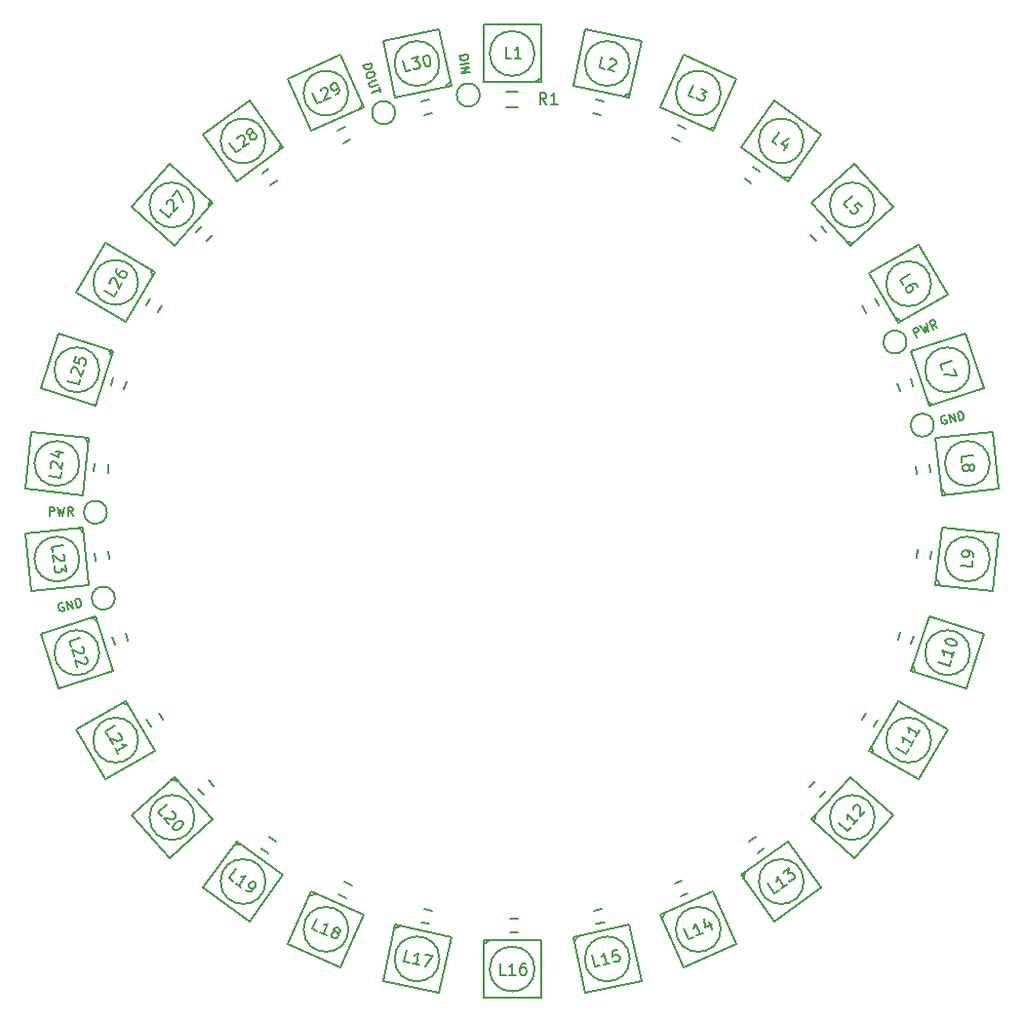
<source format=gto>
G04 #@! TF.FileFunction,Legend,Top*
%FSLAX46Y46*%
G04 Gerber Fmt 4.6, Leading zero omitted, Abs format (unit mm)*
G04 Created by KiCad (PCBNEW 4.0.1-stable) date 1/7/2016 3:17:10 PM*
%MOMM*%
G01*
G04 APERTURE LIST*
%ADD10C,0.100000*%
%ADD11C,0.150000*%
G04 APERTURE END LIST*
D10*
D11*
X165055530Y-36619041D02*
X165768823Y-36387279D01*
X165824005Y-36557111D01*
X165823148Y-36670046D01*
X165777287Y-36760051D01*
X165720392Y-36816090D01*
X165595563Y-36894202D01*
X165493664Y-36927311D01*
X165346762Y-36937490D01*
X165267793Y-36925596D01*
X165177788Y-36879736D01*
X165110712Y-36788874D01*
X165055530Y-36619041D01*
X166044731Y-37236437D02*
X166088876Y-37372302D01*
X166076983Y-37451271D01*
X166031123Y-37541276D01*
X165906294Y-37619388D01*
X165668530Y-37696642D01*
X165521628Y-37706821D01*
X165431623Y-37660961D01*
X165375584Y-37604065D01*
X165331439Y-37468200D01*
X165343333Y-37389230D01*
X165389192Y-37299225D01*
X165514021Y-37221114D01*
X165751785Y-37143859D01*
X165898687Y-37133680D01*
X165988692Y-37179540D01*
X166044731Y-37236437D01*
X166243385Y-37847830D02*
X165665957Y-38035447D01*
X165609062Y-38091486D01*
X165586132Y-38136489D01*
X165574238Y-38215458D01*
X165618383Y-38351323D01*
X165674422Y-38408219D01*
X165719425Y-38431150D01*
X165798393Y-38443043D01*
X166375821Y-38255426D01*
X166453075Y-38493190D02*
X166585511Y-38900785D01*
X165806000Y-38928750D02*
X166519293Y-38696987D01*
X173432310Y-35771814D02*
X174178201Y-35693418D01*
X174196867Y-35871012D01*
X174172548Y-35981301D01*
X174108977Y-36059804D01*
X174041673Y-36102790D01*
X173903332Y-36153241D01*
X173796776Y-36164440D01*
X173650968Y-36143854D01*
X173576197Y-36115801D01*
X173497694Y-36052231D01*
X173450976Y-35949408D01*
X173432310Y-35771814D01*
X173510706Y-36517706D02*
X174256598Y-36439310D01*
X173548038Y-36872892D02*
X174293929Y-36794496D01*
X173592836Y-37299117D01*
X174338727Y-37220720D01*
X137810000Y-75669286D02*
X137810000Y-74919286D01*
X138095715Y-74919286D01*
X138167143Y-74955000D01*
X138202858Y-74990714D01*
X138238572Y-75062143D01*
X138238572Y-75169286D01*
X138202858Y-75240714D01*
X138167143Y-75276429D01*
X138095715Y-75312143D01*
X137810000Y-75312143D01*
X138488572Y-74919286D02*
X138667143Y-75669286D01*
X138810000Y-75133571D01*
X138952858Y-75669286D01*
X139131429Y-74919286D01*
X139845715Y-75669286D02*
X139595715Y-75312143D01*
X139417143Y-75669286D02*
X139417143Y-74919286D01*
X139702858Y-74919286D01*
X139774286Y-74955000D01*
X139810001Y-74990714D01*
X139845715Y-75062143D01*
X139845715Y-75169286D01*
X139810001Y-75240714D01*
X139774286Y-75276429D01*
X139702858Y-75312143D01*
X139417143Y-75312143D01*
X138953092Y-83232001D02*
X138875799Y-83211919D01*
X138770997Y-83234195D01*
X138673621Y-83291405D01*
X138618605Y-83376124D01*
X138598521Y-83453416D01*
X138593289Y-83600577D01*
X138615565Y-83705378D01*
X138680200Y-83837688D01*
X138729986Y-83900131D01*
X138814704Y-83955147D01*
X138926931Y-83967806D01*
X138996799Y-83952955D01*
X139094175Y-83895744D01*
X139121683Y-83853385D01*
X139069705Y-83608848D01*
X138929970Y-83638550D01*
X139450938Y-83856424D02*
X139295004Y-83122814D01*
X139870145Y-83767319D01*
X139714211Y-83033709D01*
X140219482Y-83693065D02*
X140063549Y-82959455D01*
X140238218Y-82922327D01*
X140350445Y-82934985D01*
X140435164Y-82990002D01*
X140484949Y-83052444D01*
X140549584Y-83184753D01*
X140571860Y-83289555D01*
X140566628Y-83436716D01*
X140546545Y-83514009D01*
X140491528Y-83598727D01*
X140394152Y-83655938D01*
X140219482Y-83693065D01*
X215563092Y-66972001D02*
X215485799Y-66951919D01*
X215380997Y-66974195D01*
X215283621Y-67031405D01*
X215228605Y-67116124D01*
X215208521Y-67193416D01*
X215203289Y-67340577D01*
X215225565Y-67445378D01*
X215290200Y-67577688D01*
X215339986Y-67640131D01*
X215424704Y-67695147D01*
X215536931Y-67707806D01*
X215606799Y-67692955D01*
X215704175Y-67635744D01*
X215731683Y-67593385D01*
X215679705Y-67348848D01*
X215539970Y-67378550D01*
X216060938Y-67596424D02*
X215905004Y-66862814D01*
X216480145Y-67507319D01*
X216324211Y-66773709D01*
X216829482Y-67433065D02*
X216673549Y-66699455D01*
X216848218Y-66662327D01*
X216960445Y-66674985D01*
X217045164Y-66730002D01*
X217094949Y-66792444D01*
X217159584Y-66924753D01*
X217181860Y-67029555D01*
X217176628Y-67176716D01*
X217156545Y-67254009D01*
X217101528Y-67338727D01*
X217004152Y-67395938D01*
X216829482Y-67433065D01*
X213074455Y-60176690D02*
X212769402Y-59491531D01*
X213030416Y-59375320D01*
X213110195Y-59378894D01*
X213157348Y-59396994D01*
X213219027Y-59447721D01*
X213262606Y-59545601D01*
X213259032Y-59625380D01*
X213240932Y-59672534D01*
X213190205Y-59734213D01*
X212929191Y-59850423D01*
X213389308Y-59215531D02*
X213857494Y-59828058D01*
X213770105Y-59280553D01*
X214118507Y-59711848D01*
X213976588Y-58954057D01*
X214934173Y-59348690D02*
X214560523Y-59124108D01*
X214542653Y-59523006D02*
X214237600Y-58837847D01*
X214498614Y-58721636D01*
X214578393Y-58725210D01*
X214625546Y-58743310D01*
X214687225Y-58794037D01*
X214730804Y-58891917D01*
X214727230Y-58971696D01*
X214709130Y-59018850D01*
X214658403Y-59080529D01*
X214397390Y-59196740D01*
X205200083Y-99551378D02*
X204731691Y-100071579D01*
X203839917Y-99268622D02*
X204308309Y-98748421D01*
X179937434Y-35560000D02*
G75*
G03X179937434Y-35560000I-1947434J0D01*
G01*
X180040000Y-38010000D02*
X180490000Y-37710000D01*
X180490000Y-37710000D02*
X180440000Y-37710000D01*
X180490000Y-33060000D02*
X175490000Y-33060000D01*
X175490000Y-33060000D02*
X175490000Y-38060000D01*
X175490000Y-38060000D02*
X180490000Y-38060000D01*
X180490000Y-38060000D02*
X180490000Y-33060000D01*
X214357434Y-55550000D02*
G75*
G03X214357434Y-55550000I-1947434J0D01*
G01*
X211313238Y-58550352D02*
X211798045Y-58790064D01*
X211798045Y-58790064D02*
X211773045Y-58746762D01*
X215825064Y-56465064D02*
X213325064Y-52134936D01*
X213325064Y-52134936D02*
X208994936Y-54634936D01*
X208994936Y-54634936D02*
X211494936Y-58965064D01*
X211494936Y-58965064D02*
X215825064Y-56465064D01*
X203297435Y-107450000D02*
G75*
G03X203297435Y-107450000I-1947435J0D01*
G01*
X198251441Y-106672868D02*
X198063719Y-107180077D01*
X198063719Y-107180077D02*
X198104170Y-107150687D01*
X200796921Y-110942006D02*
X204842006Y-108003079D01*
X204842006Y-108003079D02*
X201903079Y-103957994D01*
X201903079Y-103957994D02*
X197857994Y-106896921D01*
X197857994Y-106896921D02*
X200796921Y-110942006D01*
X185252395Y-39570342D02*
X185937099Y-39715881D01*
X185687605Y-40889658D02*
X185002901Y-40744119D01*
X192374301Y-41779515D02*
X193013783Y-42064231D01*
X192525699Y-43160485D02*
X191886217Y-42875769D01*
X198889515Y-45408865D02*
X199455827Y-45820315D01*
X198750485Y-46791135D02*
X198184173Y-46379685D01*
X204791691Y-50528421D02*
X205260083Y-51048622D01*
X204368309Y-51851579D02*
X203899917Y-51331378D01*
X209434615Y-56846891D02*
X209784615Y-57453109D01*
X208745385Y-58053109D02*
X208395385Y-57446891D01*
X212582478Y-63801720D02*
X212798790Y-64467460D01*
X211657522Y-64838280D02*
X211441210Y-64172540D01*
X214250128Y-71229200D02*
X214323298Y-71925366D01*
X213129872Y-72050800D02*
X213056702Y-71354634D01*
X214373298Y-78734634D02*
X214300128Y-79430800D01*
X213106702Y-79305366D02*
X213179872Y-78609200D01*
X212858790Y-86132540D02*
X212642478Y-86798280D01*
X211501210Y-86427460D02*
X211717522Y-85761720D01*
X209744615Y-93376891D02*
X209394615Y-93983109D01*
X208355385Y-93383109D02*
X208705385Y-92776891D01*
X199845827Y-104549685D02*
X199279515Y-104961135D01*
X198574173Y-103990315D02*
X199140485Y-103578865D01*
X193233783Y-108475769D02*
X192594301Y-108760485D01*
X192106217Y-107664231D02*
X192745699Y-107379515D01*
X185987099Y-110984119D02*
X185302395Y-111129658D01*
X185052901Y-109955881D02*
X185737605Y-109810342D01*
X178500000Y-111860000D02*
X177800000Y-111860000D01*
X177800000Y-110660000D02*
X178500000Y-110660000D01*
X170767605Y-111129658D02*
X170082901Y-110984119D01*
X170332395Y-109810342D02*
X171017099Y-109955881D01*
X163575699Y-108870485D02*
X162936217Y-108585769D01*
X163424301Y-107489515D02*
X164063783Y-107774231D01*
X156790485Y-104961135D02*
X156224173Y-104549685D01*
X156929515Y-103578865D02*
X157495827Y-103990315D01*
X151218309Y-99961579D02*
X150749917Y-99441378D01*
X151641691Y-98638421D02*
X152110083Y-99158622D01*
X146615385Y-94033109D02*
X146265385Y-93426891D01*
X147304615Y-92826891D02*
X147654615Y-93433109D01*
X143487522Y-86908280D02*
X143271210Y-86242540D01*
X144412478Y-85871720D02*
X144628790Y-86537460D01*
X141819872Y-79590800D02*
X141746702Y-78894634D01*
X142940128Y-78769200D02*
X143013298Y-79465366D01*
X141696702Y-71815366D02*
X141769872Y-71119200D01*
X142963298Y-71244634D02*
X142890128Y-71940800D01*
X143161210Y-64357460D02*
X143377522Y-63691720D01*
X144518790Y-64062540D02*
X144302478Y-64728280D01*
X146215385Y-57393109D02*
X146565385Y-56786891D01*
X147604615Y-57386891D02*
X147254615Y-57993109D01*
X150589917Y-51048622D02*
X151058309Y-50528421D01*
X151950083Y-51331378D02*
X151481691Y-51851579D01*
X156274173Y-45990315D02*
X156840485Y-45578865D01*
X157545827Y-46549685D02*
X156979515Y-46961135D01*
X162826217Y-42234231D02*
X163465699Y-41949515D01*
X163953783Y-43045769D02*
X163314301Y-43330485D01*
X170132901Y-39715881D02*
X170817605Y-39570342D01*
X171067099Y-40744119D02*
X170382395Y-40889658D01*
X188197434Y-36430000D02*
G75*
G03X188197434Y-36430000I-1947434J0D01*
G01*
X187745819Y-39252681D02*
X188248359Y-39052797D01*
X188248359Y-39052797D02*
X188199451Y-39042401D01*
X189215148Y-34504410D02*
X184324410Y-33464852D01*
X184324410Y-33464852D02*
X183284852Y-38355590D01*
X183284852Y-38355590D02*
X188175590Y-39395148D01*
X188175590Y-39395148D02*
X189215148Y-34504410D01*
X196097435Y-39000000D02*
G75*
G03X196097435Y-39000000I-1947435J0D01*
G01*
X195026263Y-42071996D02*
X195559380Y-41980964D01*
X195559380Y-41980964D02*
X195513703Y-41960628D01*
X197450705Y-37732978D02*
X192882978Y-35699295D01*
X192882978Y-35699295D02*
X190849295Y-40267022D01*
X190849295Y-40267022D02*
X195417022Y-42300705D01*
X195417022Y-42300705D02*
X197450705Y-37732978D01*
X203297434Y-43150000D02*
G75*
G03X203297434Y-43150000I-1947434J0D01*
G01*
X201568411Y-46337051D02*
X202108804Y-46358850D01*
X202108804Y-46358850D02*
X202068353Y-46329460D01*
X204842006Y-42596921D02*
X200796921Y-39657994D01*
X200796921Y-39657994D02*
X197857994Y-43703079D01*
X197857994Y-43703079D02*
X201903079Y-46642006D01*
X201903079Y-46642006D02*
X204842006Y-42596921D01*
X209467435Y-48710000D02*
G75*
G03X209467435Y-48710000I-1947435J0D01*
G01*
X207071013Y-51872817D02*
X207595065Y-52006493D01*
X207595065Y-52006493D02*
X207561609Y-51969336D01*
X211050689Y-48895036D02*
X207705036Y-45179311D01*
X207705036Y-45179311D02*
X203989311Y-48524964D01*
X203989311Y-48524964D02*
X207334964Y-52240689D01*
X207334964Y-52240689D02*
X211050689Y-48895036D01*
X217727434Y-63020000D02*
G75*
G03X217727434Y-63020000I-1947434J0D01*
G01*
X214083396Y-65726757D02*
X214507771Y-66062028D01*
X214507771Y-66062028D02*
X214492320Y-66014475D01*
X218930184Y-64625099D02*
X217385099Y-59869816D01*
X217385099Y-59869816D02*
X212629816Y-61414901D01*
X212629816Y-61414901D02*
X214174901Y-66170184D01*
X214174901Y-66170184D02*
X218930184Y-64625099D01*
X219457435Y-71150000D02*
G75*
G03X219457435Y-71150000I-1947435J0D01*
G01*
X215287705Y-73444865D02*
X215633099Y-73861041D01*
X215633099Y-73861041D02*
X215627873Y-73811315D01*
X220257626Y-73374984D02*
X219734984Y-68402374D01*
X219734984Y-68402374D02*
X214762374Y-68925016D01*
X214762374Y-68925016D02*
X215285016Y-73897626D01*
X215285016Y-73897626D02*
X220257626Y-73374984D01*
X219457434Y-79450000D02*
G75*
G03X219457434Y-79450000I-1947434J0D01*
G01*
X214859138Y-81232675D02*
X215110457Y-81711569D01*
X215110457Y-81711569D02*
X215115683Y-81661842D01*
X219734984Y-82197626D02*
X220257626Y-77225016D01*
X220257626Y-77225016D02*
X215285016Y-76702374D01*
X215285016Y-76702374D02*
X214762374Y-81674984D01*
X214762374Y-81674984D02*
X219734984Y-82197626D01*
X217737434Y-87580000D02*
G75*
G03X217737434Y-87580000I-1947434J0D01*
G01*
X212826427Y-88772574D02*
X212972686Y-89293255D01*
X212972686Y-89293255D02*
X212988137Y-89245702D01*
X217395099Y-90730184D02*
X218940184Y-85974901D01*
X218940184Y-85974901D02*
X214184901Y-84429816D01*
X214184901Y-84429816D02*
X212639816Y-89185099D01*
X212639816Y-89185099D02*
X217395099Y-90730184D01*
X214357434Y-95170000D02*
G75*
G03X214357434Y-95170000I-1947434J0D01*
G01*
X209263238Y-95720352D02*
X209298045Y-96260064D01*
X209298045Y-96260064D02*
X209323045Y-96216762D01*
X213325064Y-98585064D02*
X215825064Y-94254936D01*
X215825064Y-94254936D02*
X211494936Y-91754936D01*
X211494936Y-91754936D02*
X208994936Y-96085064D01*
X208994936Y-96085064D02*
X213325064Y-98585064D01*
X209467434Y-101890000D02*
G75*
G03X209467434Y-101890000I-1947434J0D01*
G01*
X204327577Y-101774077D02*
X204249412Y-102309231D01*
X204249412Y-102309231D02*
X204282869Y-102272074D01*
X207705036Y-105420689D02*
X211050689Y-101704964D01*
X211050689Y-101704964D02*
X207334964Y-98359311D01*
X207334964Y-98359311D02*
X203989311Y-102075036D01*
X203989311Y-102075036D02*
X207705036Y-105420689D01*
X196097434Y-111600000D02*
G75*
G03X196097434Y-111600000I-1947434J0D01*
G01*
X191280727Y-110195624D02*
X190991653Y-110652719D01*
X190991653Y-110652719D02*
X191037330Y-110632382D01*
X192882978Y-114900705D02*
X197450705Y-112867022D01*
X197450705Y-112867022D02*
X195417022Y-108299295D01*
X195417022Y-108299295D02*
X190849295Y-110332978D01*
X190849295Y-110332978D02*
X192882978Y-114900705D01*
X188197434Y-114170000D02*
G75*
G03X188197434Y-114170000I-1947434J0D01*
G01*
X183735414Y-112199757D02*
X183357621Y-112586762D01*
X183357621Y-112586762D02*
X183406528Y-112576366D01*
X184324410Y-117135148D02*
X189215148Y-116095590D01*
X189215148Y-116095590D02*
X188175590Y-111204852D01*
X188175590Y-111204852D02*
X183284852Y-112244410D01*
X183284852Y-112244410D02*
X184324410Y-117135148D01*
X179937434Y-115040000D02*
G75*
G03X179937434Y-115040000I-1947434J0D01*
G01*
X175940000Y-112590000D02*
X175490000Y-112890000D01*
X175490000Y-112890000D02*
X175540000Y-112890000D01*
X175490000Y-117540000D02*
X180490000Y-117540000D01*
X180490000Y-117540000D02*
X180490000Y-112540000D01*
X180490000Y-112540000D02*
X175490000Y-112540000D01*
X175490000Y-112540000D02*
X175490000Y-117540000D01*
X171677434Y-114170000D02*
G75*
G03X171677434Y-114170000I-1947434J0D01*
G01*
X168234181Y-111347319D02*
X167731641Y-111547203D01*
X167731641Y-111547203D02*
X167780549Y-111557599D01*
X166764852Y-116095590D02*
X171655590Y-117135148D01*
X171655590Y-117135148D02*
X172695148Y-112244410D01*
X172695148Y-112244410D02*
X167804410Y-111204852D01*
X167804410Y-111204852D02*
X166764852Y-116095590D01*
X163777435Y-111600000D02*
G75*
G03X163777435Y-111600000I-1947435J0D01*
G01*
X160953737Y-108528004D02*
X160420620Y-108619036D01*
X160420620Y-108619036D02*
X160466297Y-108639372D01*
X158529295Y-112867022D02*
X163097022Y-114900705D01*
X163097022Y-114900705D02*
X165130705Y-110332978D01*
X165130705Y-110332978D02*
X160562978Y-108299295D01*
X160562978Y-108299295D02*
X158529295Y-112867022D01*
X156577434Y-107450000D02*
G75*
G03X156577434Y-107450000I-1947434J0D01*
G01*
X154411589Y-104262949D02*
X153871196Y-104241150D01*
X153871196Y-104241150D02*
X153911647Y-104270540D01*
X151137994Y-108003079D02*
X155183079Y-110942006D01*
X155183079Y-110942006D02*
X158122006Y-106896921D01*
X158122006Y-106896921D02*
X154076921Y-103957994D01*
X154076921Y-103957994D02*
X151137994Y-108003079D01*
X150407435Y-101890000D02*
G75*
G03X150407435Y-101890000I-1947435J0D01*
G01*
X148908987Y-98727183D02*
X148384935Y-98593507D01*
X148384935Y-98593507D02*
X148418391Y-98630664D01*
X144929311Y-101704964D02*
X148274964Y-105420689D01*
X148274964Y-105420689D02*
X151990689Y-102075036D01*
X151990689Y-102075036D02*
X148645036Y-98359311D01*
X148645036Y-98359311D02*
X144929311Y-101704964D01*
X145517434Y-95170000D02*
G75*
G03X145517434Y-95170000I-1947434J0D01*
G01*
X144666762Y-92169648D02*
X144181955Y-91929936D01*
X144181955Y-91929936D02*
X144206955Y-91973238D01*
X140154936Y-94254936D02*
X142654936Y-98585064D01*
X142654936Y-98585064D02*
X146985064Y-96085064D01*
X146985064Y-96085064D02*
X144485064Y-91754936D01*
X144485064Y-91754936D02*
X140154936Y-94254936D01*
X142147434Y-87580000D02*
G75*
G03X142147434Y-87580000I-1947434J0D01*
G01*
X141896604Y-84873243D02*
X141472229Y-84537972D01*
X141472229Y-84537972D02*
X141487680Y-84585525D01*
X137049816Y-85974901D02*
X138594901Y-90730184D01*
X138594901Y-90730184D02*
X143350184Y-89185099D01*
X143350184Y-89185099D02*
X141805099Y-84429816D01*
X141805099Y-84429816D02*
X137049816Y-85974901D01*
X140417435Y-79450000D02*
G75*
G03X140417435Y-79450000I-1947435J0D01*
G01*
X140692295Y-77155135D02*
X140346901Y-76738959D01*
X140346901Y-76738959D02*
X140352127Y-76788685D01*
X135722374Y-77225016D02*
X136245016Y-82197626D01*
X136245016Y-82197626D02*
X141217626Y-81674984D01*
X141217626Y-81674984D02*
X140694984Y-76702374D01*
X140694984Y-76702374D02*
X135722374Y-77225016D01*
X140417434Y-71150000D02*
G75*
G03X140417434Y-71150000I-1947434J0D01*
G01*
X141120862Y-69367325D02*
X140869543Y-68888431D01*
X140869543Y-68888431D02*
X140864317Y-68938158D01*
X136245016Y-68402374D02*
X135722374Y-73374984D01*
X135722374Y-73374984D02*
X140694984Y-73897626D01*
X140694984Y-73897626D02*
X141217626Y-68925016D01*
X141217626Y-68925016D02*
X136245016Y-68402374D01*
X142147434Y-63020000D02*
G75*
G03X142147434Y-63020000I-1947434J0D01*
G01*
X143163573Y-61827426D02*
X143017314Y-61306745D01*
X143017314Y-61306745D02*
X143001863Y-61354298D01*
X138594901Y-59869816D02*
X137049816Y-64625099D01*
X137049816Y-64625099D02*
X141805099Y-66170184D01*
X141805099Y-66170184D02*
X143350184Y-61414901D01*
X143350184Y-61414901D02*
X138594901Y-59869816D01*
X145517434Y-55430000D02*
G75*
G03X145517434Y-55430000I-1947434J0D01*
G01*
X146716762Y-54879648D02*
X146681955Y-54339936D01*
X146681955Y-54339936D02*
X146656955Y-54383238D01*
X142654936Y-52014936D02*
X140154936Y-56345064D01*
X140154936Y-56345064D02*
X144485064Y-58845064D01*
X144485064Y-58845064D02*
X146985064Y-54514936D01*
X146985064Y-54514936D02*
X142654936Y-52014936D01*
X150407434Y-48710000D02*
G75*
G03X150407434Y-48710000I-1947434J0D01*
G01*
X151652423Y-48825923D02*
X151730588Y-48290769D01*
X151730588Y-48290769D02*
X151697131Y-48327926D01*
X148274964Y-45179311D02*
X144929311Y-48895036D01*
X144929311Y-48895036D02*
X148645036Y-52240689D01*
X148645036Y-52240689D02*
X151990689Y-48524964D01*
X151990689Y-48524964D02*
X148274964Y-45179311D01*
X156577435Y-43150000D02*
G75*
G03X156577435Y-43150000I-1947435J0D01*
G01*
X157728559Y-43927132D02*
X157916281Y-43419923D01*
X157916281Y-43419923D02*
X157875830Y-43449313D01*
X155183079Y-39657994D02*
X151137994Y-42596921D01*
X151137994Y-42596921D02*
X154076921Y-46642006D01*
X154076921Y-46642006D02*
X158122006Y-43703079D01*
X158122006Y-43703079D02*
X155183079Y-39657994D01*
X163777434Y-39000000D02*
G75*
G03X163777434Y-39000000I-1947434J0D01*
G01*
X164699273Y-40404376D02*
X164988347Y-39947281D01*
X164988347Y-39947281D02*
X164942670Y-39967618D01*
X163097022Y-35699295D02*
X158529295Y-37732978D01*
X158529295Y-37732978D02*
X160562978Y-42300705D01*
X160562978Y-42300705D02*
X165130705Y-40267022D01*
X165130705Y-40267022D02*
X163097022Y-35699295D01*
X171677434Y-36430000D02*
G75*
G03X171677434Y-36430000I-1947434J0D01*
G01*
X172244586Y-38400243D02*
X172622379Y-38013238D01*
X172622379Y-38013238D02*
X172573472Y-38023634D01*
X171655590Y-33464852D02*
X166764852Y-34504410D01*
X166764852Y-34504410D02*
X167804410Y-39395148D01*
X167804410Y-39395148D02*
X172695148Y-38355590D01*
X172695148Y-38355590D02*
X171655590Y-33464852D01*
X142810000Y-75390000D02*
G75*
G03X142810000Y-75390000I-1000000J0D01*
G01*
X175180000Y-39160000D02*
G75*
G03X175180000Y-39160000I-1000000J0D01*
G01*
X143500000Y-82840000D02*
G75*
G03X143500000Y-82840000I-1000000J0D01*
G01*
X212230000Y-60610000D02*
G75*
G03X212230000Y-60610000I-1000000J0D01*
G01*
X214600000Y-67830000D02*
G75*
G03X214600000Y-67830000I-1000000J0D01*
G01*
X167830000Y-40700000D02*
G75*
G03X167830000Y-40700000I-1000000J0D01*
G01*
X178480000Y-40235000D02*
X177480000Y-40235000D01*
X177480000Y-38885000D02*
X178480000Y-38885000D01*
X177923334Y-35962381D02*
X177447143Y-35962381D01*
X177447143Y-34962381D01*
X178780477Y-35962381D02*
X178209048Y-35962381D01*
X178494762Y-35962381D02*
X178494762Y-34962381D01*
X178399524Y-35105238D01*
X178304286Y-35200476D01*
X178209048Y-35248095D01*
X211934894Y-55641854D02*
X211696798Y-55229460D01*
X212562823Y-54729460D01*
X213181871Y-55801683D02*
X213086633Y-55636725D01*
X212997775Y-55578056D01*
X212932726Y-55560626D01*
X212761389Y-55549576D01*
X212572623Y-55603575D01*
X212242708Y-55794051D01*
X212184039Y-55882909D01*
X212166609Y-55947958D01*
X212172989Y-56054246D01*
X212268227Y-56219204D01*
X212357085Y-56277873D01*
X212422134Y-56295303D01*
X212528422Y-56288923D01*
X212734618Y-56169876D01*
X212793288Y-56081017D01*
X212810718Y-56015968D01*
X212804338Y-55909680D01*
X212709100Y-55744722D01*
X212620242Y-55686053D01*
X212555193Y-55668623D01*
X212448904Y-55675004D01*
X201145821Y-108183846D02*
X200760574Y-108463744D01*
X200172789Y-107654727D01*
X201839264Y-107680030D02*
X201376968Y-108015907D01*
X201608116Y-107847969D02*
X201020330Y-107038952D01*
X201027250Y-107210505D01*
X201006181Y-107343534D01*
X200957121Y-107438038D01*
X201521151Y-106675085D02*
X202021971Y-106311217D01*
X201976216Y-106815343D01*
X202091791Y-106731373D01*
X202196830Y-106713918D01*
X202263344Y-106724453D01*
X202357849Y-106773513D01*
X202497797Y-106966136D01*
X202515252Y-107071175D01*
X202504717Y-107137689D01*
X202455658Y-107232193D01*
X202224510Y-107400132D01*
X202119471Y-107417587D01*
X202052956Y-107407052D01*
X186042921Y-36897844D02*
X185577136Y-36798838D01*
X185785047Y-35820690D01*
X186510502Y-36072256D02*
X186566981Y-36035578D01*
X186670038Y-36008801D01*
X186902931Y-36058304D01*
X186986187Y-36124683D01*
X187022865Y-36181162D01*
X187049643Y-36284220D01*
X187029842Y-36377376D01*
X186953561Y-36507211D01*
X186275813Y-36947346D01*
X186881333Y-37076054D01*
X193763743Y-39405481D02*
X193328721Y-39211797D01*
X193735458Y-38298252D01*
X194387990Y-38588778D02*
X194953519Y-38840567D01*
X194494056Y-39053005D01*
X194624563Y-39111111D01*
X194692199Y-39193350D01*
X194716333Y-39256220D01*
X194721098Y-39362594D01*
X194624256Y-39580104D01*
X194542017Y-39647740D01*
X194479146Y-39671874D01*
X194372774Y-39676639D01*
X194111760Y-39560429D01*
X194044124Y-39478190D01*
X194019990Y-39415319D01*
X200959261Y-43478020D02*
X200574015Y-43198122D01*
X201161800Y-42389105D01*
X201967513Y-43386512D02*
X201575656Y-43925857D01*
X201998807Y-42938366D02*
X201386337Y-43376287D01*
X201887158Y-43740154D01*
X207082294Y-48948845D02*
X206763660Y-48594966D01*
X207506805Y-47925836D01*
X208367116Y-48881308D02*
X208048482Y-48527429D01*
X207662741Y-48810675D01*
X207729992Y-48814199D01*
X207829106Y-48853111D01*
X207988424Y-49030051D01*
X208016763Y-49132690D01*
X208013238Y-49199941D01*
X207974325Y-49299056D01*
X207797386Y-49458373D01*
X207694747Y-49486712D01*
X207627496Y-49483187D01*
X207528381Y-49444275D01*
X207369064Y-49267335D01*
X207340725Y-49164696D01*
X207344250Y-49097445D01*
X215318257Y-63001285D02*
X215171106Y-62548400D01*
X216122163Y-62239383D01*
X216342889Y-62918709D02*
X216548901Y-63552747D01*
X215465408Y-63454168D01*
X217042676Y-71011534D02*
X216992900Y-70537951D01*
X217987422Y-70433423D01*
X217660750Y-71425384D02*
X217698153Y-71325691D01*
X217740534Y-71273355D01*
X217830272Y-71216042D01*
X217877630Y-71211064D01*
X217977324Y-71248467D01*
X218029660Y-71290848D01*
X218086973Y-71380587D01*
X218106883Y-71570020D01*
X218069480Y-71669714D01*
X218027100Y-71722050D01*
X217937361Y-71779363D01*
X217890003Y-71784340D01*
X217790309Y-71746937D01*
X217737973Y-71704557D01*
X217680660Y-71614818D01*
X217660750Y-71425384D01*
X217603437Y-71335646D01*
X217551101Y-71293265D01*
X217451406Y-71255862D01*
X217261974Y-71275772D01*
X217172235Y-71333086D01*
X217129854Y-71385421D01*
X217092451Y-71485115D01*
X217112362Y-71674549D01*
X217169675Y-71764287D01*
X217222010Y-71806668D01*
X217321704Y-71844071D01*
X217511137Y-71824161D01*
X217600877Y-71766848D01*
X217643257Y-71714512D01*
X217680660Y-71614818D01*
X217982481Y-79613040D02*
X217932706Y-80086622D01*
X216938184Y-79982094D01*
X218022302Y-79234175D02*
X218042212Y-79044742D01*
X218004809Y-78945047D01*
X217962428Y-78892712D01*
X217830309Y-78783063D01*
X217645854Y-78715794D01*
X217266988Y-78675974D01*
X217167294Y-78713377D01*
X217114958Y-78755758D01*
X217057645Y-78845496D01*
X217037735Y-79034930D01*
X217075138Y-79134624D01*
X217117519Y-79186959D01*
X217207257Y-79244273D01*
X217444048Y-79269160D01*
X217543742Y-79231757D01*
X217596079Y-79189377D01*
X217653392Y-79099638D01*
X217673302Y-78910204D01*
X217635899Y-78810511D01*
X217593517Y-78758175D01*
X217503779Y-78700862D01*
X216101587Y-88271187D02*
X215954436Y-88724071D01*
X215003380Y-88415054D01*
X216366459Y-87455995D02*
X216189878Y-87999457D01*
X216278168Y-87727726D02*
X215327112Y-87418709D01*
X215433547Y-87553431D01*
X215494693Y-87673438D01*
X215510551Y-87778730D01*
X215606698Y-86558230D02*
X215636129Y-86467652D01*
X215710847Y-86391790D01*
X215770851Y-86361217D01*
X215876143Y-86345359D01*
X216072011Y-86358931D01*
X216298454Y-86432507D01*
X216464892Y-86536655D01*
X216540754Y-86611374D01*
X216571327Y-86671377D01*
X216587185Y-86776669D01*
X216557755Y-86867247D01*
X216483036Y-86943108D01*
X216423033Y-86973682D01*
X216317741Y-86989540D01*
X216121873Y-86975968D01*
X215895430Y-86902392D01*
X215728992Y-86798243D01*
X215653130Y-86723525D01*
X215622557Y-86663521D01*
X215606698Y-86558230D01*
X212440345Y-95922921D02*
X212202249Y-96335314D01*
X211336224Y-95835314D01*
X212868916Y-95180613D02*
X212583202Y-95675485D01*
X212726059Y-95428050D02*
X211860034Y-94928050D01*
X211936132Y-95081957D01*
X211970992Y-95212054D01*
X211964612Y-95318342D01*
X213345107Y-94355827D02*
X213059392Y-94850699D01*
X213202249Y-94603264D02*
X212336224Y-94103264D01*
X212412323Y-94257171D01*
X212447182Y-94387268D01*
X212440803Y-94493556D01*
X207436029Y-102700438D02*
X207117395Y-103054317D01*
X206374251Y-102385186D01*
X208009570Y-102063456D02*
X207627209Y-102488111D01*
X207818389Y-102275784D02*
X207075244Y-101606653D01*
X207117681Y-101773019D01*
X207124730Y-101907521D01*
X207096391Y-102010160D01*
X207592107Y-101174950D02*
X207588583Y-101107699D01*
X207616922Y-101005060D01*
X207776239Y-100828120D01*
X207875354Y-100789208D01*
X207942605Y-100785683D01*
X208045244Y-100814022D01*
X208116019Y-100877749D01*
X208190319Y-101008727D01*
X208232613Y-101815742D01*
X208646837Y-101355699D01*
X193756721Y-112264744D02*
X193321699Y-112458428D01*
X192914962Y-111544883D01*
X194539760Y-111916113D02*
X194017734Y-112148534D01*
X194278746Y-112032323D02*
X193872010Y-111118778D01*
X193843111Y-111288021D01*
X193794843Y-111413762D01*
X193727207Y-111496001D01*
X195051641Y-110958451D02*
X195322799Y-111567481D01*
X194679182Y-110707276D02*
X194752198Y-111456651D01*
X195317727Y-111204861D01*
X185625246Y-114726153D02*
X185159461Y-114825159D01*
X184951549Y-113847011D01*
X186463659Y-114547943D02*
X185904717Y-114666750D01*
X186184187Y-114607346D02*
X185976276Y-113629199D01*
X185912820Y-113788735D01*
X185839465Y-113901693D01*
X185756208Y-113968072D01*
X187140738Y-113381685D02*
X186674953Y-113480690D01*
X186727380Y-113956375D01*
X186764058Y-113899896D01*
X186847314Y-113833516D01*
X187080207Y-113784014D01*
X187183264Y-113810791D01*
X187239743Y-113847469D01*
X187306123Y-113930726D01*
X187355626Y-114163618D01*
X187328848Y-114266675D01*
X187292170Y-114323154D01*
X187208914Y-114389534D01*
X186976021Y-114439037D01*
X186872964Y-114412259D01*
X186816485Y-114375582D01*
X177437143Y-115552381D02*
X176960952Y-115552381D01*
X176960952Y-114552381D01*
X178294286Y-115552381D02*
X177722857Y-115552381D01*
X178008571Y-115552381D02*
X178008571Y-114552381D01*
X177913333Y-114695238D01*
X177818095Y-114790476D01*
X177722857Y-114838095D01*
X179151429Y-114552381D02*
X178960952Y-114552381D01*
X178865714Y-114600000D01*
X178818095Y-114647619D01*
X178722857Y-114790476D01*
X178675238Y-114980952D01*
X178675238Y-115361905D01*
X178722857Y-115457143D01*
X178770476Y-115504762D01*
X178865714Y-115552381D01*
X179056191Y-115552381D01*
X179151429Y-115504762D01*
X179199048Y-115457143D01*
X179246667Y-115361905D01*
X179246667Y-115123810D01*
X179199048Y-115028571D01*
X179151429Y-114980952D01*
X179056191Y-114933333D01*
X178865714Y-114933333D01*
X178770476Y-114980952D01*
X178722857Y-115028571D01*
X178675238Y-115123810D01*
X169087136Y-114498838D02*
X168621351Y-114399832D01*
X168829262Y-113421685D01*
X169925548Y-114677048D02*
X169366606Y-114558241D01*
X169646077Y-114617644D02*
X169853988Y-113639497D01*
X169731130Y-113759431D01*
X169618172Y-113832787D01*
X169515115Y-113859564D01*
X170459509Y-113768204D02*
X171111607Y-113906812D01*
X170484489Y-114795855D01*
X161078721Y-111741797D02*
X160643699Y-111548113D01*
X161050435Y-110634567D01*
X161861760Y-112090429D02*
X161339734Y-111858007D01*
X161600746Y-111974218D02*
X162007483Y-111060672D01*
X161862374Y-111152442D01*
X161736633Y-111200709D01*
X161630260Y-111205475D01*
X162616207Y-111800823D02*
X162548571Y-111718584D01*
X162524437Y-111655713D01*
X162519672Y-111549341D01*
X162539040Y-111505839D01*
X162621279Y-111438203D01*
X162684150Y-111414069D01*
X162790522Y-111409304D01*
X162964532Y-111486778D01*
X163032167Y-111569017D01*
X163056301Y-111631887D01*
X163061066Y-111738260D01*
X163041698Y-111781762D01*
X162959459Y-111849398D01*
X162896589Y-111873532D01*
X162790216Y-111878297D01*
X162616207Y-111800823D01*
X162509834Y-111805588D01*
X162446963Y-111829722D01*
X162364724Y-111897359D01*
X162287251Y-112071367D01*
X162292016Y-112177740D01*
X162316150Y-112240610D01*
X162383786Y-112322849D01*
X162557795Y-112400323D01*
X162664168Y-112395558D01*
X162727038Y-112371424D01*
X162809277Y-112303788D01*
X162886751Y-112129780D01*
X162881986Y-112023406D01*
X162857852Y-111960536D01*
X162790216Y-111878297D01*
X153784015Y-107428122D02*
X153398768Y-107148224D01*
X153986554Y-106339207D01*
X154477458Y-107931938D02*
X154015162Y-107596061D01*
X154246310Y-107763999D02*
X154834095Y-106954982D01*
X154673077Y-107014576D01*
X154540048Y-107035646D01*
X154435009Y-107018191D01*
X154862704Y-108211836D02*
X155016802Y-108323795D01*
X155121842Y-108341250D01*
X155188356Y-108330715D01*
X155349375Y-108271121D01*
X155499858Y-108145012D01*
X155723777Y-107836815D01*
X155741232Y-107731776D01*
X155730697Y-107665262D01*
X155681637Y-107570758D01*
X155527538Y-107458798D01*
X155422499Y-107441343D01*
X155355985Y-107451878D01*
X155261481Y-107500937D01*
X155121532Y-107693560D01*
X155104077Y-107798599D01*
X155114612Y-107865114D01*
X155163671Y-107959618D01*
X155317770Y-108071578D01*
X155422809Y-108089033D01*
X155489324Y-108078497D01*
X155583828Y-108029438D01*
X147593660Y-101784966D02*
X147275026Y-101431087D01*
X148018171Y-100761957D01*
X148457209Y-101391889D02*
X148524460Y-101395414D01*
X148623575Y-101434326D01*
X148782892Y-101611266D01*
X148811231Y-101713905D01*
X148807707Y-101781156D01*
X148768794Y-101880270D01*
X148698019Y-101943997D01*
X148559992Y-102004199D01*
X147752977Y-101961905D01*
X148167201Y-102421948D01*
X149324569Y-102212858D02*
X149388296Y-102283635D01*
X149416635Y-102386274D01*
X149413111Y-102453525D01*
X149374198Y-102552639D01*
X149264510Y-102715481D01*
X149087571Y-102874798D01*
X148914156Y-102966863D01*
X148811517Y-102995202D01*
X148744266Y-102991678D01*
X148645151Y-102952765D01*
X148581424Y-102881989D01*
X148553085Y-102779350D01*
X148556610Y-102712099D01*
X148595522Y-102612985D01*
X148705210Y-102450143D01*
X148882150Y-102290826D01*
X149055564Y-102198761D01*
X149158203Y-102170422D01*
X149225454Y-102173946D01*
X149324569Y-102212858D01*
X142886798Y-94809460D02*
X142648703Y-94397067D01*
X143514728Y-93897067D01*
X143813202Y-94604515D02*
X143878251Y-94621944D01*
X143967109Y-94680613D01*
X144086157Y-94886811D01*
X144092537Y-94993099D01*
X144075107Y-95058147D01*
X144016438Y-95147006D01*
X143933959Y-95194625D01*
X143786432Y-95224814D01*
X143005846Y-95015656D01*
X143315370Y-95551768D01*
X143791560Y-96376554D02*
X143505846Y-95881682D01*
X143648703Y-96129117D02*
X144514728Y-95629117D01*
X144343391Y-95618067D01*
X144213294Y-95583208D01*
X144124435Y-95524539D01*
X139691106Y-87078400D02*
X139543955Y-86625516D01*
X140495012Y-86316499D01*
X140639877Y-87070543D02*
X140699880Y-87101117D01*
X140774599Y-87176978D01*
X140848174Y-87403421D01*
X140832316Y-87508713D01*
X140801743Y-87568716D01*
X140725881Y-87643435D01*
X140635304Y-87672865D01*
X140484724Y-87671722D01*
X139764682Y-87304842D01*
X139955978Y-87893592D01*
X140934179Y-87976312D02*
X140994182Y-88006885D01*
X141068901Y-88082746D01*
X141142476Y-88309189D01*
X141126618Y-88414481D01*
X141096045Y-88474484D01*
X141020183Y-88549203D01*
X140929606Y-88578633D01*
X140779026Y-88577490D01*
X140058984Y-88210610D01*
X140250280Y-88799360D01*
X138092900Y-78847951D02*
X138043125Y-78374369D01*
X139037647Y-78269840D01*
X139022571Y-79037527D02*
X139074907Y-79079907D01*
X139132220Y-79169646D01*
X139157108Y-79406438D01*
X139119705Y-79506132D01*
X139077324Y-79558467D01*
X138987586Y-79615781D01*
X138892869Y-79625736D01*
X138745817Y-79593310D01*
X138117788Y-79084742D01*
X138182496Y-79700399D01*
X139211861Y-79927377D02*
X139276569Y-80543034D01*
X138862861Y-80251346D01*
X138877794Y-80393422D01*
X138840391Y-80493116D01*
X138798010Y-80545451D01*
X138708270Y-80602765D01*
X138471480Y-80627652D01*
X138371786Y-80590249D01*
X138319450Y-80547869D01*
X138262137Y-80458130D01*
X138232272Y-80173980D01*
X138269675Y-80074286D01*
X138312055Y-80021951D01*
X138842705Y-71896622D02*
X138792929Y-72370204D01*
X137798408Y-72265676D01*
X137972765Y-71517900D02*
X137930384Y-71465564D01*
X137892981Y-71365870D01*
X137917869Y-71129079D01*
X137975182Y-71039340D01*
X138027518Y-70996959D01*
X138127211Y-70959556D01*
X138221928Y-70969511D01*
X138359025Y-71031802D01*
X138867593Y-71659831D01*
X138932301Y-71044175D01*
X138358882Y-70122041D02*
X139021897Y-70191727D01*
X137955129Y-70319013D02*
X138640614Y-70630467D01*
X138705322Y-70014810D01*
X140511586Y-63841187D02*
X140364435Y-64294071D01*
X139413379Y-63985054D01*
X139739397Y-63289870D02*
X139708824Y-63229866D01*
X139692965Y-63124575D01*
X139766541Y-62898132D01*
X139841260Y-62822270D01*
X139901263Y-62791697D01*
X140006555Y-62775839D01*
X140097132Y-62805269D01*
X140218282Y-62894702D01*
X140585162Y-63614745D01*
X140776458Y-63025995D01*
X140104988Y-61856499D02*
X139957837Y-62309383D01*
X140396006Y-62501822D01*
X140365432Y-62441819D01*
X140349574Y-62336527D01*
X140423150Y-62110084D01*
X140497868Y-62034223D01*
X140557872Y-62003649D01*
X140663165Y-61987791D01*
X140889606Y-62061367D01*
X140965468Y-62136085D01*
X140996041Y-62196089D01*
X141011900Y-62301381D01*
X140938324Y-62527823D01*
X140863605Y-62603685D01*
X140803602Y-62634258D01*
X143710345Y-56222921D02*
X143472249Y-56635314D01*
X142606224Y-56135314D01*
X143069655Y-55523104D02*
X143052225Y-55458056D01*
X143058605Y-55351768D01*
X143177653Y-55145570D01*
X143266511Y-55086901D01*
X143331560Y-55069472D01*
X143437848Y-55075851D01*
X143520327Y-55123470D01*
X143620235Y-55236138D01*
X143829392Y-56016725D01*
X144138916Y-55480613D01*
X143701463Y-54238306D02*
X143606224Y-54403264D01*
X143599844Y-54509552D01*
X143617274Y-54574600D01*
X143693373Y-54728508D01*
X143834520Y-54864985D01*
X144164435Y-55055461D01*
X144270723Y-55061841D01*
X144335772Y-55044411D01*
X144424630Y-54985742D01*
X144519869Y-54820784D01*
X144526249Y-54714496D01*
X144508819Y-54649448D01*
X144450150Y-54560589D01*
X144243954Y-54441542D01*
X144137665Y-54435162D01*
X144072616Y-54452591D01*
X143983758Y-54511260D01*
X143888519Y-54676218D01*
X143882139Y-54782506D01*
X143899569Y-54847555D01*
X143958239Y-54936414D01*
X148456029Y-49470437D02*
X148137395Y-49824316D01*
X147394251Y-49155185D01*
X147974840Y-48652706D02*
X147971316Y-48585455D01*
X147999654Y-48482816D01*
X148158972Y-48305876D01*
X148258086Y-48266964D01*
X148325337Y-48263439D01*
X148427976Y-48291778D01*
X148498752Y-48355505D01*
X148573052Y-48486483D01*
X148615346Y-49293498D01*
X149029570Y-48833455D01*
X148509468Y-47916610D02*
X148955556Y-47421180D01*
X149411930Y-48408802D01*
X154435821Y-43873846D02*
X154050574Y-44153744D01*
X153462789Y-43344727D01*
X154135162Y-42973939D02*
X154145697Y-42907425D01*
X154194757Y-42812921D01*
X154387380Y-42672972D01*
X154492419Y-42655517D01*
X154558934Y-42666052D01*
X154653438Y-42715111D01*
X154709417Y-42792160D01*
X154754862Y-42935724D01*
X154628444Y-43733897D01*
X155129264Y-43370030D01*
X155255681Y-42571857D02*
X155150642Y-42589312D01*
X155084128Y-42578777D01*
X154989624Y-42529718D01*
X154961634Y-42491193D01*
X154944179Y-42386154D01*
X154954714Y-42319640D01*
X155003774Y-42225136D01*
X155157873Y-42113176D01*
X155262912Y-42095721D01*
X155329426Y-42106256D01*
X155423930Y-42155316D01*
X155451920Y-42193840D01*
X155469375Y-42298879D01*
X155458840Y-42365393D01*
X155409780Y-42459897D01*
X155255681Y-42571857D01*
X155206622Y-42666361D01*
X155196087Y-42732875D01*
X155213543Y-42837915D01*
X155325502Y-42992013D01*
X155420006Y-43041073D01*
X155486520Y-43051608D01*
X155591559Y-43034153D01*
X155745658Y-42922193D01*
X155794717Y-42827689D01*
X155805252Y-42761175D01*
X155787797Y-42656136D01*
X155675838Y-42502038D01*
X155581334Y-42452977D01*
X155514819Y-42442443D01*
X155409780Y-42459897D01*
X161456721Y-39704744D02*
X161021699Y-39898428D01*
X160614962Y-38984883D01*
X161349734Y-38761993D02*
X161373867Y-38699122D01*
X161441503Y-38616883D01*
X161659015Y-38520041D01*
X161765387Y-38524806D01*
X161828258Y-38548940D01*
X161910497Y-38616576D01*
X161949234Y-38703580D01*
X161963837Y-38853455D01*
X161674231Y-39607902D01*
X162239760Y-39356113D01*
X162674781Y-39162429D02*
X162848790Y-39084955D01*
X162916426Y-39002716D01*
X162940560Y-38939845D01*
X162969459Y-38770602D01*
X162935488Y-38577225D01*
X162780540Y-38229207D01*
X162698301Y-38161572D01*
X162635431Y-38137438D01*
X162529058Y-38132672D01*
X162355049Y-38210146D01*
X162287413Y-38292385D01*
X162263279Y-38355256D01*
X162258514Y-38461629D01*
X162355356Y-38679139D01*
X162437595Y-38746775D01*
X162500466Y-38770910D01*
X162606838Y-38775675D01*
X162780848Y-38698201D01*
X162848483Y-38615962D01*
X162872617Y-38553091D01*
X162877382Y-38446718D01*
X169205246Y-37006153D02*
X168739461Y-37105159D01*
X168531549Y-36127011D01*
X169230227Y-35978503D02*
X169835747Y-35849795D01*
X169588901Y-36291727D01*
X169728638Y-36262025D01*
X169831695Y-36288802D01*
X169888174Y-36325480D01*
X169954554Y-36408737D01*
X170004056Y-36641629D01*
X169977279Y-36744687D01*
X169940601Y-36801166D01*
X169857345Y-36867545D01*
X169577874Y-36926949D01*
X169474816Y-36900171D01*
X169418337Y-36863493D01*
X170441266Y-35721088D02*
X170534424Y-35701287D01*
X170637481Y-35728064D01*
X170693960Y-35764742D01*
X170760340Y-35847998D01*
X170846521Y-36024411D01*
X170896023Y-36257304D01*
X170889047Y-36453519D01*
X170862270Y-36556576D01*
X170825592Y-36613055D01*
X170742336Y-36679434D01*
X170649178Y-36699236D01*
X170546121Y-36672458D01*
X170489642Y-36635781D01*
X170423262Y-36552524D01*
X170337082Y-36376111D01*
X170287579Y-36143218D01*
X170294555Y-35947004D01*
X170321332Y-35843947D01*
X170358010Y-35787468D01*
X170441266Y-35721088D01*
X180973334Y-39962381D02*
X180640000Y-39486190D01*
X180401905Y-39962381D02*
X180401905Y-38962381D01*
X180782858Y-38962381D01*
X180878096Y-39010000D01*
X180925715Y-39057619D01*
X180973334Y-39152857D01*
X180973334Y-39295714D01*
X180925715Y-39390952D01*
X180878096Y-39438571D01*
X180782858Y-39486190D01*
X180401905Y-39486190D01*
X181925715Y-39962381D02*
X181354286Y-39962381D01*
X181640000Y-39962381D02*
X181640000Y-38962381D01*
X181544762Y-39105238D01*
X181449524Y-39200476D01*
X181354286Y-39248095D01*
M02*

</source>
